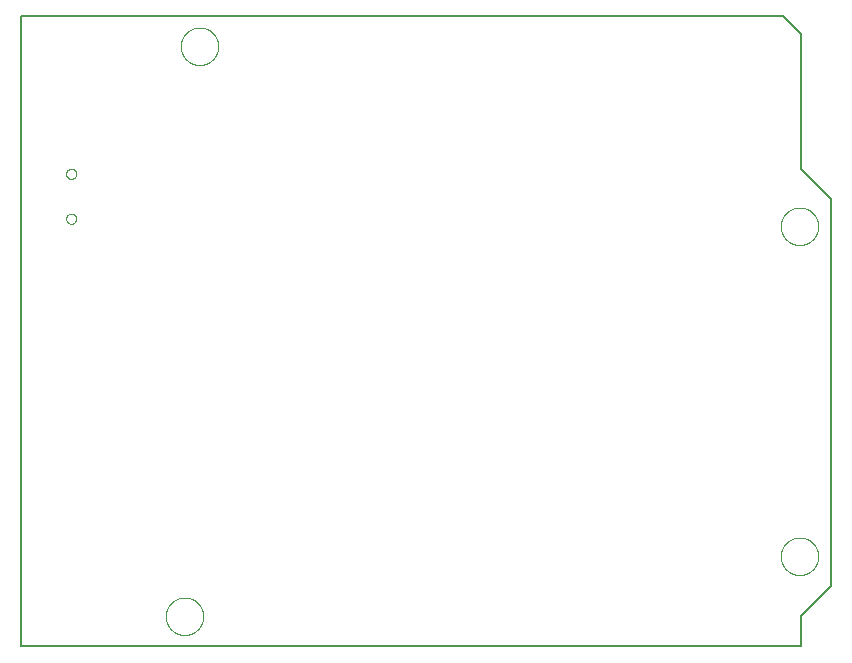
<source format=gbr>
G04 EAGLE Gerber RS-274X export*
G75*
%MOMM*%
%FSLAX34Y34*%
%LPD*%
%INOutline*%
%IPPOS*%
%AMOC8*
5,1,8,0,0,1.08239X$1,22.5*%
G01*
%ADD10C,0.152400*%
%ADD11C,0.000000*%


D10*
X0Y0D02*
X0Y533400D01*
X645160Y533400D01*
X660400Y518160D01*
X660400Y403860D01*
X685800Y378460D01*
X685800Y50800D01*
X660400Y25400D01*
X660400Y0D01*
X0Y0D01*
D11*
X38070Y400000D02*
X38072Y400130D01*
X38078Y400260D01*
X38088Y400390D01*
X38102Y400520D01*
X38120Y400649D01*
X38142Y400777D01*
X38167Y400905D01*
X38197Y401032D01*
X38231Y401158D01*
X38268Y401282D01*
X38309Y401406D01*
X38354Y401528D01*
X38403Y401649D01*
X38455Y401768D01*
X38511Y401886D01*
X38571Y402002D01*
X38634Y402116D01*
X38701Y402228D01*
X38771Y402337D01*
X38844Y402445D01*
X38920Y402550D01*
X39000Y402653D01*
X39083Y402754D01*
X39169Y402852D01*
X39258Y402947D01*
X39350Y403040D01*
X39444Y403129D01*
X39541Y403216D01*
X39641Y403299D01*
X39744Y403380D01*
X39848Y403457D01*
X39955Y403531D01*
X40065Y403602D01*
X40176Y403670D01*
X40290Y403734D01*
X40405Y403794D01*
X40522Y403851D01*
X40641Y403904D01*
X40762Y403954D01*
X40883Y404000D01*
X41007Y404042D01*
X41131Y404080D01*
X41257Y404115D01*
X41383Y404146D01*
X41511Y404172D01*
X41639Y404195D01*
X41768Y404214D01*
X41897Y404229D01*
X42027Y404240D01*
X42157Y404247D01*
X42287Y404250D01*
X42418Y404249D01*
X42548Y404244D01*
X42678Y404235D01*
X42807Y404222D01*
X42937Y404205D01*
X43065Y404184D01*
X43193Y404159D01*
X43320Y404131D01*
X43446Y404098D01*
X43571Y404062D01*
X43695Y404021D01*
X43818Y403977D01*
X43939Y403930D01*
X44059Y403878D01*
X44177Y403823D01*
X44293Y403764D01*
X44407Y403702D01*
X44520Y403636D01*
X44630Y403567D01*
X44738Y403495D01*
X44844Y403419D01*
X44948Y403340D01*
X45049Y403258D01*
X45148Y403173D01*
X45244Y403085D01*
X45337Y402994D01*
X45427Y402900D01*
X45514Y402803D01*
X45599Y402704D01*
X45680Y402602D01*
X45758Y402498D01*
X45833Y402392D01*
X45905Y402283D01*
X45973Y402172D01*
X46038Y402059D01*
X46099Y401944D01*
X46157Y401827D01*
X46211Y401709D01*
X46262Y401589D01*
X46309Y401467D01*
X46352Y401344D01*
X46391Y401220D01*
X46427Y401095D01*
X46458Y400968D01*
X46486Y400841D01*
X46510Y400713D01*
X46530Y400584D01*
X46546Y400455D01*
X46558Y400325D01*
X46566Y400195D01*
X46570Y400065D01*
X46570Y399935D01*
X46566Y399805D01*
X46558Y399675D01*
X46546Y399545D01*
X46530Y399416D01*
X46510Y399287D01*
X46486Y399159D01*
X46458Y399032D01*
X46427Y398905D01*
X46391Y398780D01*
X46352Y398656D01*
X46309Y398533D01*
X46262Y398411D01*
X46211Y398291D01*
X46157Y398173D01*
X46099Y398056D01*
X46038Y397941D01*
X45973Y397828D01*
X45905Y397717D01*
X45833Y397608D01*
X45758Y397502D01*
X45680Y397398D01*
X45599Y397296D01*
X45514Y397197D01*
X45427Y397100D01*
X45337Y397006D01*
X45244Y396915D01*
X45148Y396827D01*
X45049Y396742D01*
X44948Y396660D01*
X44844Y396581D01*
X44738Y396505D01*
X44630Y396433D01*
X44520Y396364D01*
X44407Y396298D01*
X44293Y396236D01*
X44177Y396177D01*
X44059Y396122D01*
X43939Y396070D01*
X43818Y396023D01*
X43695Y395979D01*
X43571Y395938D01*
X43446Y395902D01*
X43320Y395869D01*
X43193Y395841D01*
X43065Y395816D01*
X42937Y395795D01*
X42807Y395778D01*
X42678Y395765D01*
X42548Y395756D01*
X42418Y395751D01*
X42287Y395750D01*
X42157Y395753D01*
X42027Y395760D01*
X41897Y395771D01*
X41768Y395786D01*
X41639Y395805D01*
X41511Y395828D01*
X41383Y395854D01*
X41257Y395885D01*
X41131Y395920D01*
X41007Y395958D01*
X40883Y396000D01*
X40762Y396046D01*
X40641Y396096D01*
X40522Y396149D01*
X40405Y396206D01*
X40290Y396266D01*
X40176Y396330D01*
X40065Y396398D01*
X39955Y396469D01*
X39848Y396543D01*
X39744Y396620D01*
X39641Y396701D01*
X39541Y396784D01*
X39444Y396871D01*
X39350Y396960D01*
X39258Y397053D01*
X39169Y397148D01*
X39083Y397246D01*
X39000Y397347D01*
X38920Y397450D01*
X38844Y397555D01*
X38771Y397663D01*
X38701Y397772D01*
X38634Y397884D01*
X38571Y397998D01*
X38511Y398114D01*
X38455Y398232D01*
X38403Y398351D01*
X38354Y398472D01*
X38309Y398594D01*
X38268Y398718D01*
X38231Y398842D01*
X38197Y398968D01*
X38167Y399095D01*
X38142Y399223D01*
X38120Y399351D01*
X38102Y399480D01*
X38088Y399610D01*
X38078Y399740D01*
X38072Y399870D01*
X38070Y400000D01*
X38070Y362000D02*
X38072Y362130D01*
X38078Y362260D01*
X38088Y362390D01*
X38102Y362520D01*
X38120Y362649D01*
X38142Y362777D01*
X38167Y362905D01*
X38197Y363032D01*
X38231Y363158D01*
X38268Y363282D01*
X38309Y363406D01*
X38354Y363528D01*
X38403Y363649D01*
X38455Y363768D01*
X38511Y363886D01*
X38571Y364002D01*
X38634Y364116D01*
X38701Y364228D01*
X38771Y364337D01*
X38844Y364445D01*
X38920Y364550D01*
X39000Y364653D01*
X39083Y364754D01*
X39169Y364852D01*
X39258Y364947D01*
X39350Y365040D01*
X39444Y365129D01*
X39541Y365216D01*
X39641Y365299D01*
X39744Y365380D01*
X39848Y365457D01*
X39955Y365531D01*
X40065Y365602D01*
X40176Y365670D01*
X40290Y365734D01*
X40405Y365794D01*
X40522Y365851D01*
X40641Y365904D01*
X40762Y365954D01*
X40883Y366000D01*
X41007Y366042D01*
X41131Y366080D01*
X41257Y366115D01*
X41383Y366146D01*
X41511Y366172D01*
X41639Y366195D01*
X41768Y366214D01*
X41897Y366229D01*
X42027Y366240D01*
X42157Y366247D01*
X42287Y366250D01*
X42418Y366249D01*
X42548Y366244D01*
X42678Y366235D01*
X42807Y366222D01*
X42937Y366205D01*
X43065Y366184D01*
X43193Y366159D01*
X43320Y366131D01*
X43446Y366098D01*
X43571Y366062D01*
X43695Y366021D01*
X43818Y365977D01*
X43939Y365930D01*
X44059Y365878D01*
X44177Y365823D01*
X44293Y365764D01*
X44407Y365702D01*
X44520Y365636D01*
X44630Y365567D01*
X44738Y365495D01*
X44844Y365419D01*
X44948Y365340D01*
X45049Y365258D01*
X45148Y365173D01*
X45244Y365085D01*
X45337Y364994D01*
X45427Y364900D01*
X45514Y364803D01*
X45599Y364704D01*
X45680Y364602D01*
X45758Y364498D01*
X45833Y364392D01*
X45905Y364283D01*
X45973Y364172D01*
X46038Y364059D01*
X46099Y363944D01*
X46157Y363827D01*
X46211Y363709D01*
X46262Y363589D01*
X46309Y363467D01*
X46352Y363344D01*
X46391Y363220D01*
X46427Y363095D01*
X46458Y362968D01*
X46486Y362841D01*
X46510Y362713D01*
X46530Y362584D01*
X46546Y362455D01*
X46558Y362325D01*
X46566Y362195D01*
X46570Y362065D01*
X46570Y361935D01*
X46566Y361805D01*
X46558Y361675D01*
X46546Y361545D01*
X46530Y361416D01*
X46510Y361287D01*
X46486Y361159D01*
X46458Y361032D01*
X46427Y360905D01*
X46391Y360780D01*
X46352Y360656D01*
X46309Y360533D01*
X46262Y360411D01*
X46211Y360291D01*
X46157Y360173D01*
X46099Y360056D01*
X46038Y359941D01*
X45973Y359828D01*
X45905Y359717D01*
X45833Y359608D01*
X45758Y359502D01*
X45680Y359398D01*
X45599Y359296D01*
X45514Y359197D01*
X45427Y359100D01*
X45337Y359006D01*
X45244Y358915D01*
X45148Y358827D01*
X45049Y358742D01*
X44948Y358660D01*
X44844Y358581D01*
X44738Y358505D01*
X44630Y358433D01*
X44520Y358364D01*
X44407Y358298D01*
X44293Y358236D01*
X44177Y358177D01*
X44059Y358122D01*
X43939Y358070D01*
X43818Y358023D01*
X43695Y357979D01*
X43571Y357938D01*
X43446Y357902D01*
X43320Y357869D01*
X43193Y357841D01*
X43065Y357816D01*
X42937Y357795D01*
X42807Y357778D01*
X42678Y357765D01*
X42548Y357756D01*
X42418Y357751D01*
X42287Y357750D01*
X42157Y357753D01*
X42027Y357760D01*
X41897Y357771D01*
X41768Y357786D01*
X41639Y357805D01*
X41511Y357828D01*
X41383Y357854D01*
X41257Y357885D01*
X41131Y357920D01*
X41007Y357958D01*
X40883Y358000D01*
X40762Y358046D01*
X40641Y358096D01*
X40522Y358149D01*
X40405Y358206D01*
X40290Y358266D01*
X40176Y358330D01*
X40065Y358398D01*
X39955Y358469D01*
X39848Y358543D01*
X39744Y358620D01*
X39641Y358701D01*
X39541Y358784D01*
X39444Y358871D01*
X39350Y358960D01*
X39258Y359053D01*
X39169Y359148D01*
X39083Y359246D01*
X39000Y359347D01*
X38920Y359450D01*
X38844Y359555D01*
X38771Y359663D01*
X38701Y359772D01*
X38634Y359884D01*
X38571Y359998D01*
X38511Y360114D01*
X38455Y360232D01*
X38403Y360351D01*
X38354Y360472D01*
X38309Y360594D01*
X38268Y360718D01*
X38231Y360842D01*
X38197Y360968D01*
X38167Y361095D01*
X38142Y361223D01*
X38120Y361351D01*
X38102Y361480D01*
X38088Y361610D01*
X38078Y361740D01*
X38072Y361870D01*
X38070Y362000D01*
X135125Y508000D02*
X135130Y508390D01*
X135144Y508779D01*
X135168Y509168D01*
X135201Y509556D01*
X135244Y509943D01*
X135297Y510329D01*
X135359Y510714D01*
X135430Y511097D01*
X135511Y511478D01*
X135601Y511857D01*
X135700Y512234D01*
X135809Y512608D01*
X135926Y512980D01*
X136053Y513348D01*
X136189Y513713D01*
X136333Y514075D01*
X136487Y514433D01*
X136649Y514787D01*
X136820Y515138D01*
X136999Y515483D01*
X137187Y515825D01*
X137384Y516161D01*
X137588Y516493D01*
X137800Y516820D01*
X138021Y517141D01*
X138249Y517457D01*
X138485Y517767D01*
X138728Y518071D01*
X138979Y518369D01*
X139237Y518661D01*
X139503Y518946D01*
X139775Y519225D01*
X140054Y519497D01*
X140339Y519763D01*
X140631Y520021D01*
X140929Y520272D01*
X141233Y520515D01*
X141543Y520751D01*
X141859Y520979D01*
X142180Y521200D01*
X142507Y521412D01*
X142839Y521616D01*
X143175Y521813D01*
X143517Y522001D01*
X143862Y522180D01*
X144213Y522351D01*
X144567Y522513D01*
X144925Y522667D01*
X145287Y522811D01*
X145652Y522947D01*
X146020Y523074D01*
X146392Y523191D01*
X146766Y523300D01*
X147143Y523399D01*
X147522Y523489D01*
X147903Y523570D01*
X148286Y523641D01*
X148671Y523703D01*
X149057Y523756D01*
X149444Y523799D01*
X149832Y523832D01*
X150221Y523856D01*
X150610Y523870D01*
X151000Y523875D01*
X151390Y523870D01*
X151779Y523856D01*
X152168Y523832D01*
X152556Y523799D01*
X152943Y523756D01*
X153329Y523703D01*
X153714Y523641D01*
X154097Y523570D01*
X154478Y523489D01*
X154857Y523399D01*
X155234Y523300D01*
X155608Y523191D01*
X155980Y523074D01*
X156348Y522947D01*
X156713Y522811D01*
X157075Y522667D01*
X157433Y522513D01*
X157787Y522351D01*
X158138Y522180D01*
X158483Y522001D01*
X158825Y521813D01*
X159161Y521616D01*
X159493Y521412D01*
X159820Y521200D01*
X160141Y520979D01*
X160457Y520751D01*
X160767Y520515D01*
X161071Y520272D01*
X161369Y520021D01*
X161661Y519763D01*
X161946Y519497D01*
X162225Y519225D01*
X162497Y518946D01*
X162763Y518661D01*
X163021Y518369D01*
X163272Y518071D01*
X163515Y517767D01*
X163751Y517457D01*
X163979Y517141D01*
X164200Y516820D01*
X164412Y516493D01*
X164616Y516161D01*
X164813Y515825D01*
X165001Y515483D01*
X165180Y515138D01*
X165351Y514787D01*
X165513Y514433D01*
X165667Y514075D01*
X165811Y513713D01*
X165947Y513348D01*
X166074Y512980D01*
X166191Y512608D01*
X166300Y512234D01*
X166399Y511857D01*
X166489Y511478D01*
X166570Y511097D01*
X166641Y510714D01*
X166703Y510329D01*
X166756Y509943D01*
X166799Y509556D01*
X166832Y509168D01*
X166856Y508779D01*
X166870Y508390D01*
X166875Y508000D01*
X166870Y507610D01*
X166856Y507221D01*
X166832Y506832D01*
X166799Y506444D01*
X166756Y506057D01*
X166703Y505671D01*
X166641Y505286D01*
X166570Y504903D01*
X166489Y504522D01*
X166399Y504143D01*
X166300Y503766D01*
X166191Y503392D01*
X166074Y503020D01*
X165947Y502652D01*
X165811Y502287D01*
X165667Y501925D01*
X165513Y501567D01*
X165351Y501213D01*
X165180Y500862D01*
X165001Y500517D01*
X164813Y500175D01*
X164616Y499839D01*
X164412Y499507D01*
X164200Y499180D01*
X163979Y498859D01*
X163751Y498543D01*
X163515Y498233D01*
X163272Y497929D01*
X163021Y497631D01*
X162763Y497339D01*
X162497Y497054D01*
X162225Y496775D01*
X161946Y496503D01*
X161661Y496237D01*
X161369Y495979D01*
X161071Y495728D01*
X160767Y495485D01*
X160457Y495249D01*
X160141Y495021D01*
X159820Y494800D01*
X159493Y494588D01*
X159161Y494384D01*
X158825Y494187D01*
X158483Y493999D01*
X158138Y493820D01*
X157787Y493649D01*
X157433Y493487D01*
X157075Y493333D01*
X156713Y493189D01*
X156348Y493053D01*
X155980Y492926D01*
X155608Y492809D01*
X155234Y492700D01*
X154857Y492601D01*
X154478Y492511D01*
X154097Y492430D01*
X153714Y492359D01*
X153329Y492297D01*
X152943Y492244D01*
X152556Y492201D01*
X152168Y492168D01*
X151779Y492144D01*
X151390Y492130D01*
X151000Y492125D01*
X150610Y492130D01*
X150221Y492144D01*
X149832Y492168D01*
X149444Y492201D01*
X149057Y492244D01*
X148671Y492297D01*
X148286Y492359D01*
X147903Y492430D01*
X147522Y492511D01*
X147143Y492601D01*
X146766Y492700D01*
X146392Y492809D01*
X146020Y492926D01*
X145652Y493053D01*
X145287Y493189D01*
X144925Y493333D01*
X144567Y493487D01*
X144213Y493649D01*
X143862Y493820D01*
X143517Y493999D01*
X143175Y494187D01*
X142839Y494384D01*
X142507Y494588D01*
X142180Y494800D01*
X141859Y495021D01*
X141543Y495249D01*
X141233Y495485D01*
X140929Y495728D01*
X140631Y495979D01*
X140339Y496237D01*
X140054Y496503D01*
X139775Y496775D01*
X139503Y497054D01*
X139237Y497339D01*
X138979Y497631D01*
X138728Y497929D01*
X138485Y498233D01*
X138249Y498543D01*
X138021Y498859D01*
X137800Y499180D01*
X137588Y499507D01*
X137384Y499839D01*
X137187Y500175D01*
X136999Y500517D01*
X136820Y500862D01*
X136649Y501213D01*
X136487Y501567D01*
X136333Y501925D01*
X136189Y502287D01*
X136053Y502652D01*
X135926Y503020D01*
X135809Y503392D01*
X135700Y503766D01*
X135601Y504143D01*
X135511Y504522D01*
X135430Y504903D01*
X135359Y505286D01*
X135297Y505671D01*
X135244Y506057D01*
X135201Y506444D01*
X135168Y506832D01*
X135144Y507221D01*
X135130Y507610D01*
X135125Y508000D01*
X643125Y355600D02*
X643130Y355990D01*
X643144Y356379D01*
X643168Y356768D01*
X643201Y357156D01*
X643244Y357543D01*
X643297Y357929D01*
X643359Y358314D01*
X643430Y358697D01*
X643511Y359078D01*
X643601Y359457D01*
X643700Y359834D01*
X643809Y360208D01*
X643926Y360580D01*
X644053Y360948D01*
X644189Y361313D01*
X644333Y361675D01*
X644487Y362033D01*
X644649Y362387D01*
X644820Y362738D01*
X644999Y363083D01*
X645187Y363425D01*
X645384Y363761D01*
X645588Y364093D01*
X645800Y364420D01*
X646021Y364741D01*
X646249Y365057D01*
X646485Y365367D01*
X646728Y365671D01*
X646979Y365969D01*
X647237Y366261D01*
X647503Y366546D01*
X647775Y366825D01*
X648054Y367097D01*
X648339Y367363D01*
X648631Y367621D01*
X648929Y367872D01*
X649233Y368115D01*
X649543Y368351D01*
X649859Y368579D01*
X650180Y368800D01*
X650507Y369012D01*
X650839Y369216D01*
X651175Y369413D01*
X651517Y369601D01*
X651862Y369780D01*
X652213Y369951D01*
X652567Y370113D01*
X652925Y370267D01*
X653287Y370411D01*
X653652Y370547D01*
X654020Y370674D01*
X654392Y370791D01*
X654766Y370900D01*
X655143Y370999D01*
X655522Y371089D01*
X655903Y371170D01*
X656286Y371241D01*
X656671Y371303D01*
X657057Y371356D01*
X657444Y371399D01*
X657832Y371432D01*
X658221Y371456D01*
X658610Y371470D01*
X659000Y371475D01*
X659390Y371470D01*
X659779Y371456D01*
X660168Y371432D01*
X660556Y371399D01*
X660943Y371356D01*
X661329Y371303D01*
X661714Y371241D01*
X662097Y371170D01*
X662478Y371089D01*
X662857Y370999D01*
X663234Y370900D01*
X663608Y370791D01*
X663980Y370674D01*
X664348Y370547D01*
X664713Y370411D01*
X665075Y370267D01*
X665433Y370113D01*
X665787Y369951D01*
X666138Y369780D01*
X666483Y369601D01*
X666825Y369413D01*
X667161Y369216D01*
X667493Y369012D01*
X667820Y368800D01*
X668141Y368579D01*
X668457Y368351D01*
X668767Y368115D01*
X669071Y367872D01*
X669369Y367621D01*
X669661Y367363D01*
X669946Y367097D01*
X670225Y366825D01*
X670497Y366546D01*
X670763Y366261D01*
X671021Y365969D01*
X671272Y365671D01*
X671515Y365367D01*
X671751Y365057D01*
X671979Y364741D01*
X672200Y364420D01*
X672412Y364093D01*
X672616Y363761D01*
X672813Y363425D01*
X673001Y363083D01*
X673180Y362738D01*
X673351Y362387D01*
X673513Y362033D01*
X673667Y361675D01*
X673811Y361313D01*
X673947Y360948D01*
X674074Y360580D01*
X674191Y360208D01*
X674300Y359834D01*
X674399Y359457D01*
X674489Y359078D01*
X674570Y358697D01*
X674641Y358314D01*
X674703Y357929D01*
X674756Y357543D01*
X674799Y357156D01*
X674832Y356768D01*
X674856Y356379D01*
X674870Y355990D01*
X674875Y355600D01*
X674870Y355210D01*
X674856Y354821D01*
X674832Y354432D01*
X674799Y354044D01*
X674756Y353657D01*
X674703Y353271D01*
X674641Y352886D01*
X674570Y352503D01*
X674489Y352122D01*
X674399Y351743D01*
X674300Y351366D01*
X674191Y350992D01*
X674074Y350620D01*
X673947Y350252D01*
X673811Y349887D01*
X673667Y349525D01*
X673513Y349167D01*
X673351Y348813D01*
X673180Y348462D01*
X673001Y348117D01*
X672813Y347775D01*
X672616Y347439D01*
X672412Y347107D01*
X672200Y346780D01*
X671979Y346459D01*
X671751Y346143D01*
X671515Y345833D01*
X671272Y345529D01*
X671021Y345231D01*
X670763Y344939D01*
X670497Y344654D01*
X670225Y344375D01*
X669946Y344103D01*
X669661Y343837D01*
X669369Y343579D01*
X669071Y343328D01*
X668767Y343085D01*
X668457Y342849D01*
X668141Y342621D01*
X667820Y342400D01*
X667493Y342188D01*
X667161Y341984D01*
X666825Y341787D01*
X666483Y341599D01*
X666138Y341420D01*
X665787Y341249D01*
X665433Y341087D01*
X665075Y340933D01*
X664713Y340789D01*
X664348Y340653D01*
X663980Y340526D01*
X663608Y340409D01*
X663234Y340300D01*
X662857Y340201D01*
X662478Y340111D01*
X662097Y340030D01*
X661714Y339959D01*
X661329Y339897D01*
X660943Y339844D01*
X660556Y339801D01*
X660168Y339768D01*
X659779Y339744D01*
X659390Y339730D01*
X659000Y339725D01*
X658610Y339730D01*
X658221Y339744D01*
X657832Y339768D01*
X657444Y339801D01*
X657057Y339844D01*
X656671Y339897D01*
X656286Y339959D01*
X655903Y340030D01*
X655522Y340111D01*
X655143Y340201D01*
X654766Y340300D01*
X654392Y340409D01*
X654020Y340526D01*
X653652Y340653D01*
X653287Y340789D01*
X652925Y340933D01*
X652567Y341087D01*
X652213Y341249D01*
X651862Y341420D01*
X651517Y341599D01*
X651175Y341787D01*
X650839Y341984D01*
X650507Y342188D01*
X650180Y342400D01*
X649859Y342621D01*
X649543Y342849D01*
X649233Y343085D01*
X648929Y343328D01*
X648631Y343579D01*
X648339Y343837D01*
X648054Y344103D01*
X647775Y344375D01*
X647503Y344654D01*
X647237Y344939D01*
X646979Y345231D01*
X646728Y345529D01*
X646485Y345833D01*
X646249Y346143D01*
X646021Y346459D01*
X645800Y346780D01*
X645588Y347107D01*
X645384Y347439D01*
X645187Y347775D01*
X644999Y348117D01*
X644820Y348462D01*
X644649Y348813D01*
X644487Y349167D01*
X644333Y349525D01*
X644189Y349887D01*
X644053Y350252D01*
X643926Y350620D01*
X643809Y350992D01*
X643700Y351366D01*
X643601Y351743D01*
X643511Y352122D01*
X643430Y352503D01*
X643359Y352886D01*
X643297Y353271D01*
X643244Y353657D01*
X643201Y354044D01*
X643168Y354432D01*
X643144Y354821D01*
X643130Y355210D01*
X643125Y355600D01*
X643125Y76200D02*
X643130Y76590D01*
X643144Y76979D01*
X643168Y77368D01*
X643201Y77756D01*
X643244Y78143D01*
X643297Y78529D01*
X643359Y78914D01*
X643430Y79297D01*
X643511Y79678D01*
X643601Y80057D01*
X643700Y80434D01*
X643809Y80808D01*
X643926Y81180D01*
X644053Y81548D01*
X644189Y81913D01*
X644333Y82275D01*
X644487Y82633D01*
X644649Y82987D01*
X644820Y83338D01*
X644999Y83683D01*
X645187Y84025D01*
X645384Y84361D01*
X645588Y84693D01*
X645800Y85020D01*
X646021Y85341D01*
X646249Y85657D01*
X646485Y85967D01*
X646728Y86271D01*
X646979Y86569D01*
X647237Y86861D01*
X647503Y87146D01*
X647775Y87425D01*
X648054Y87697D01*
X648339Y87963D01*
X648631Y88221D01*
X648929Y88472D01*
X649233Y88715D01*
X649543Y88951D01*
X649859Y89179D01*
X650180Y89400D01*
X650507Y89612D01*
X650839Y89816D01*
X651175Y90013D01*
X651517Y90201D01*
X651862Y90380D01*
X652213Y90551D01*
X652567Y90713D01*
X652925Y90867D01*
X653287Y91011D01*
X653652Y91147D01*
X654020Y91274D01*
X654392Y91391D01*
X654766Y91500D01*
X655143Y91599D01*
X655522Y91689D01*
X655903Y91770D01*
X656286Y91841D01*
X656671Y91903D01*
X657057Y91956D01*
X657444Y91999D01*
X657832Y92032D01*
X658221Y92056D01*
X658610Y92070D01*
X659000Y92075D01*
X659390Y92070D01*
X659779Y92056D01*
X660168Y92032D01*
X660556Y91999D01*
X660943Y91956D01*
X661329Y91903D01*
X661714Y91841D01*
X662097Y91770D01*
X662478Y91689D01*
X662857Y91599D01*
X663234Y91500D01*
X663608Y91391D01*
X663980Y91274D01*
X664348Y91147D01*
X664713Y91011D01*
X665075Y90867D01*
X665433Y90713D01*
X665787Y90551D01*
X666138Y90380D01*
X666483Y90201D01*
X666825Y90013D01*
X667161Y89816D01*
X667493Y89612D01*
X667820Y89400D01*
X668141Y89179D01*
X668457Y88951D01*
X668767Y88715D01*
X669071Y88472D01*
X669369Y88221D01*
X669661Y87963D01*
X669946Y87697D01*
X670225Y87425D01*
X670497Y87146D01*
X670763Y86861D01*
X671021Y86569D01*
X671272Y86271D01*
X671515Y85967D01*
X671751Y85657D01*
X671979Y85341D01*
X672200Y85020D01*
X672412Y84693D01*
X672616Y84361D01*
X672813Y84025D01*
X673001Y83683D01*
X673180Y83338D01*
X673351Y82987D01*
X673513Y82633D01*
X673667Y82275D01*
X673811Y81913D01*
X673947Y81548D01*
X674074Y81180D01*
X674191Y80808D01*
X674300Y80434D01*
X674399Y80057D01*
X674489Y79678D01*
X674570Y79297D01*
X674641Y78914D01*
X674703Y78529D01*
X674756Y78143D01*
X674799Y77756D01*
X674832Y77368D01*
X674856Y76979D01*
X674870Y76590D01*
X674875Y76200D01*
X674870Y75810D01*
X674856Y75421D01*
X674832Y75032D01*
X674799Y74644D01*
X674756Y74257D01*
X674703Y73871D01*
X674641Y73486D01*
X674570Y73103D01*
X674489Y72722D01*
X674399Y72343D01*
X674300Y71966D01*
X674191Y71592D01*
X674074Y71220D01*
X673947Y70852D01*
X673811Y70487D01*
X673667Y70125D01*
X673513Y69767D01*
X673351Y69413D01*
X673180Y69062D01*
X673001Y68717D01*
X672813Y68375D01*
X672616Y68039D01*
X672412Y67707D01*
X672200Y67380D01*
X671979Y67059D01*
X671751Y66743D01*
X671515Y66433D01*
X671272Y66129D01*
X671021Y65831D01*
X670763Y65539D01*
X670497Y65254D01*
X670225Y64975D01*
X669946Y64703D01*
X669661Y64437D01*
X669369Y64179D01*
X669071Y63928D01*
X668767Y63685D01*
X668457Y63449D01*
X668141Y63221D01*
X667820Y63000D01*
X667493Y62788D01*
X667161Y62584D01*
X666825Y62387D01*
X666483Y62199D01*
X666138Y62020D01*
X665787Y61849D01*
X665433Y61687D01*
X665075Y61533D01*
X664713Y61389D01*
X664348Y61253D01*
X663980Y61126D01*
X663608Y61009D01*
X663234Y60900D01*
X662857Y60801D01*
X662478Y60711D01*
X662097Y60630D01*
X661714Y60559D01*
X661329Y60497D01*
X660943Y60444D01*
X660556Y60401D01*
X660168Y60368D01*
X659779Y60344D01*
X659390Y60330D01*
X659000Y60325D01*
X658610Y60330D01*
X658221Y60344D01*
X657832Y60368D01*
X657444Y60401D01*
X657057Y60444D01*
X656671Y60497D01*
X656286Y60559D01*
X655903Y60630D01*
X655522Y60711D01*
X655143Y60801D01*
X654766Y60900D01*
X654392Y61009D01*
X654020Y61126D01*
X653652Y61253D01*
X653287Y61389D01*
X652925Y61533D01*
X652567Y61687D01*
X652213Y61849D01*
X651862Y62020D01*
X651517Y62199D01*
X651175Y62387D01*
X650839Y62584D01*
X650507Y62788D01*
X650180Y63000D01*
X649859Y63221D01*
X649543Y63449D01*
X649233Y63685D01*
X648929Y63928D01*
X648631Y64179D01*
X648339Y64437D01*
X648054Y64703D01*
X647775Y64975D01*
X647503Y65254D01*
X647237Y65539D01*
X646979Y65831D01*
X646728Y66129D01*
X646485Y66433D01*
X646249Y66743D01*
X646021Y67059D01*
X645800Y67380D01*
X645588Y67707D01*
X645384Y68039D01*
X645187Y68375D01*
X644999Y68717D01*
X644820Y69062D01*
X644649Y69413D01*
X644487Y69767D01*
X644333Y70125D01*
X644189Y70487D01*
X644053Y70852D01*
X643926Y71220D01*
X643809Y71592D01*
X643700Y71966D01*
X643601Y72343D01*
X643511Y72722D01*
X643430Y73103D01*
X643359Y73486D01*
X643297Y73871D01*
X643244Y74257D01*
X643201Y74644D01*
X643168Y75032D01*
X643144Y75421D01*
X643130Y75810D01*
X643125Y76200D01*
X122425Y25400D02*
X122430Y25790D01*
X122444Y26179D01*
X122468Y26568D01*
X122501Y26956D01*
X122544Y27343D01*
X122597Y27729D01*
X122659Y28114D01*
X122730Y28497D01*
X122811Y28878D01*
X122901Y29257D01*
X123000Y29634D01*
X123109Y30008D01*
X123226Y30380D01*
X123353Y30748D01*
X123489Y31113D01*
X123633Y31475D01*
X123787Y31833D01*
X123949Y32187D01*
X124120Y32538D01*
X124299Y32883D01*
X124487Y33225D01*
X124684Y33561D01*
X124888Y33893D01*
X125100Y34220D01*
X125321Y34541D01*
X125549Y34857D01*
X125785Y35167D01*
X126028Y35471D01*
X126279Y35769D01*
X126537Y36061D01*
X126803Y36346D01*
X127075Y36625D01*
X127354Y36897D01*
X127639Y37163D01*
X127931Y37421D01*
X128229Y37672D01*
X128533Y37915D01*
X128843Y38151D01*
X129159Y38379D01*
X129480Y38600D01*
X129807Y38812D01*
X130139Y39016D01*
X130475Y39213D01*
X130817Y39401D01*
X131162Y39580D01*
X131513Y39751D01*
X131867Y39913D01*
X132225Y40067D01*
X132587Y40211D01*
X132952Y40347D01*
X133320Y40474D01*
X133692Y40591D01*
X134066Y40700D01*
X134443Y40799D01*
X134822Y40889D01*
X135203Y40970D01*
X135586Y41041D01*
X135971Y41103D01*
X136357Y41156D01*
X136744Y41199D01*
X137132Y41232D01*
X137521Y41256D01*
X137910Y41270D01*
X138300Y41275D01*
X138690Y41270D01*
X139079Y41256D01*
X139468Y41232D01*
X139856Y41199D01*
X140243Y41156D01*
X140629Y41103D01*
X141014Y41041D01*
X141397Y40970D01*
X141778Y40889D01*
X142157Y40799D01*
X142534Y40700D01*
X142908Y40591D01*
X143280Y40474D01*
X143648Y40347D01*
X144013Y40211D01*
X144375Y40067D01*
X144733Y39913D01*
X145087Y39751D01*
X145438Y39580D01*
X145783Y39401D01*
X146125Y39213D01*
X146461Y39016D01*
X146793Y38812D01*
X147120Y38600D01*
X147441Y38379D01*
X147757Y38151D01*
X148067Y37915D01*
X148371Y37672D01*
X148669Y37421D01*
X148961Y37163D01*
X149246Y36897D01*
X149525Y36625D01*
X149797Y36346D01*
X150063Y36061D01*
X150321Y35769D01*
X150572Y35471D01*
X150815Y35167D01*
X151051Y34857D01*
X151279Y34541D01*
X151500Y34220D01*
X151712Y33893D01*
X151916Y33561D01*
X152113Y33225D01*
X152301Y32883D01*
X152480Y32538D01*
X152651Y32187D01*
X152813Y31833D01*
X152967Y31475D01*
X153111Y31113D01*
X153247Y30748D01*
X153374Y30380D01*
X153491Y30008D01*
X153600Y29634D01*
X153699Y29257D01*
X153789Y28878D01*
X153870Y28497D01*
X153941Y28114D01*
X154003Y27729D01*
X154056Y27343D01*
X154099Y26956D01*
X154132Y26568D01*
X154156Y26179D01*
X154170Y25790D01*
X154175Y25400D01*
X154170Y25010D01*
X154156Y24621D01*
X154132Y24232D01*
X154099Y23844D01*
X154056Y23457D01*
X154003Y23071D01*
X153941Y22686D01*
X153870Y22303D01*
X153789Y21922D01*
X153699Y21543D01*
X153600Y21166D01*
X153491Y20792D01*
X153374Y20420D01*
X153247Y20052D01*
X153111Y19687D01*
X152967Y19325D01*
X152813Y18967D01*
X152651Y18613D01*
X152480Y18262D01*
X152301Y17917D01*
X152113Y17575D01*
X151916Y17239D01*
X151712Y16907D01*
X151500Y16580D01*
X151279Y16259D01*
X151051Y15943D01*
X150815Y15633D01*
X150572Y15329D01*
X150321Y15031D01*
X150063Y14739D01*
X149797Y14454D01*
X149525Y14175D01*
X149246Y13903D01*
X148961Y13637D01*
X148669Y13379D01*
X148371Y13128D01*
X148067Y12885D01*
X147757Y12649D01*
X147441Y12421D01*
X147120Y12200D01*
X146793Y11988D01*
X146461Y11784D01*
X146125Y11587D01*
X145783Y11399D01*
X145438Y11220D01*
X145087Y11049D01*
X144733Y10887D01*
X144375Y10733D01*
X144013Y10589D01*
X143648Y10453D01*
X143280Y10326D01*
X142908Y10209D01*
X142534Y10100D01*
X142157Y10001D01*
X141778Y9911D01*
X141397Y9830D01*
X141014Y9759D01*
X140629Y9697D01*
X140243Y9644D01*
X139856Y9601D01*
X139468Y9568D01*
X139079Y9544D01*
X138690Y9530D01*
X138300Y9525D01*
X137910Y9530D01*
X137521Y9544D01*
X137132Y9568D01*
X136744Y9601D01*
X136357Y9644D01*
X135971Y9697D01*
X135586Y9759D01*
X135203Y9830D01*
X134822Y9911D01*
X134443Y10001D01*
X134066Y10100D01*
X133692Y10209D01*
X133320Y10326D01*
X132952Y10453D01*
X132587Y10589D01*
X132225Y10733D01*
X131867Y10887D01*
X131513Y11049D01*
X131162Y11220D01*
X130817Y11399D01*
X130475Y11587D01*
X130139Y11784D01*
X129807Y11988D01*
X129480Y12200D01*
X129159Y12421D01*
X128843Y12649D01*
X128533Y12885D01*
X128229Y13128D01*
X127931Y13379D01*
X127639Y13637D01*
X127354Y13903D01*
X127075Y14175D01*
X126803Y14454D01*
X126537Y14739D01*
X126279Y15031D01*
X126028Y15329D01*
X125785Y15633D01*
X125549Y15943D01*
X125321Y16259D01*
X125100Y16580D01*
X124888Y16907D01*
X124684Y17239D01*
X124487Y17575D01*
X124299Y17917D01*
X124120Y18262D01*
X123949Y18613D01*
X123787Y18967D01*
X123633Y19325D01*
X123489Y19687D01*
X123353Y20052D01*
X123226Y20420D01*
X123109Y20792D01*
X123000Y21166D01*
X122901Y21543D01*
X122811Y21922D01*
X122730Y22303D01*
X122659Y22686D01*
X122597Y23071D01*
X122544Y23457D01*
X122501Y23844D01*
X122468Y24232D01*
X122444Y24621D01*
X122430Y25010D01*
X122425Y25400D01*
M02*

</source>
